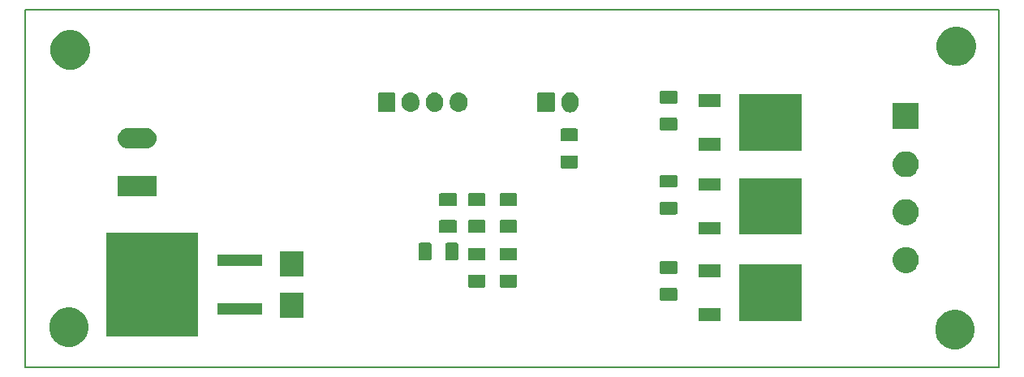
<source format=gbr>
G04 #@! TF.GenerationSoftware,KiCad,Pcbnew,(5.1.4-0)*
G04 #@! TF.CreationDate,2020-01-15T23:19:41+03:00*
G04 #@! TF.ProjectId,stl,73746c2e-6b69-4636-9164-5f7063625858,rev?*
G04 #@! TF.SameCoordinates,Original*
G04 #@! TF.FileFunction,Soldermask,Bot*
G04 #@! TF.FilePolarity,Negative*
%FSLAX46Y46*%
G04 Gerber Fmt 4.6, Leading zero omitted, Abs format (unit mm)*
G04 Created by KiCad (PCBNEW (5.1.4-0)) date 2020-01-15 23:19:41*
%MOMM*%
%LPD*%
G04 APERTURE LIST*
%ADD10C,0.150000*%
%ADD11C,0.100000*%
G04 APERTURE END LIST*
D10*
X275590000Y-50927000D02*
X173990000Y-50927000D01*
X173990000Y-13589000D02*
X173990000Y-50927000D01*
X275590000Y-13589000D02*
X173990000Y-13589000D01*
X275590000Y-13589000D02*
X275590000Y-50927000D01*
D11*
G36*
X271616254Y-45017818D02*
G01*
X271918190Y-45142884D01*
X271989513Y-45172427D01*
X272325436Y-45396884D01*
X272611116Y-45682564D01*
X272835574Y-46018489D01*
X272990182Y-46391746D01*
X273069000Y-46787993D01*
X273069000Y-47192007D01*
X272990182Y-47588254D01*
X272940784Y-47707511D01*
X272835573Y-47961513D01*
X272611116Y-48297436D01*
X272325436Y-48583116D01*
X271989513Y-48807573D01*
X271989512Y-48807574D01*
X271989511Y-48807574D01*
X271616254Y-48962182D01*
X271220007Y-49041000D01*
X270815993Y-49041000D01*
X270419746Y-48962182D01*
X270046489Y-48807574D01*
X270046488Y-48807574D01*
X270046487Y-48807573D01*
X269710564Y-48583116D01*
X269424884Y-48297436D01*
X269200427Y-47961513D01*
X269095216Y-47707511D01*
X269045818Y-47588254D01*
X268967000Y-47192007D01*
X268967000Y-46787993D01*
X269045818Y-46391746D01*
X269200426Y-46018489D01*
X269424884Y-45682564D01*
X269710564Y-45396884D01*
X270046487Y-45172427D01*
X270117810Y-45142884D01*
X270419746Y-45017818D01*
X270815993Y-44939000D01*
X271220007Y-44939000D01*
X271616254Y-45017818D01*
X271616254Y-45017818D01*
G37*
G36*
X179160254Y-44763818D02*
G01*
X179533511Y-44918426D01*
X179533513Y-44918427D01*
X179869436Y-45142884D01*
X180155116Y-45428564D01*
X180364548Y-45742000D01*
X180379574Y-45764489D01*
X180534182Y-46137746D01*
X180613000Y-46533993D01*
X180613000Y-46938007D01*
X180534182Y-47334254D01*
X180428972Y-47588254D01*
X180379573Y-47707513D01*
X180155116Y-48043436D01*
X179869436Y-48329116D01*
X179533513Y-48553573D01*
X179533512Y-48553574D01*
X179533511Y-48553574D01*
X179160254Y-48708182D01*
X178764007Y-48787000D01*
X178359993Y-48787000D01*
X177963746Y-48708182D01*
X177590489Y-48553574D01*
X177590488Y-48553574D01*
X177590487Y-48553573D01*
X177254564Y-48329116D01*
X176968884Y-48043436D01*
X176744427Y-47707513D01*
X176695028Y-47588254D01*
X176589818Y-47334254D01*
X176511000Y-46938007D01*
X176511000Y-46533993D01*
X176589818Y-46137746D01*
X176744426Y-45764489D01*
X176759453Y-45742000D01*
X176968884Y-45428564D01*
X177254564Y-45142884D01*
X177590487Y-44918427D01*
X177590489Y-44918426D01*
X177963746Y-44763818D01*
X178359993Y-44685000D01*
X178764007Y-44685000D01*
X179160254Y-44763818D01*
X179160254Y-44763818D01*
G37*
G36*
X192003000Y-47742000D02*
G01*
X182501000Y-47742000D01*
X182501000Y-36840000D01*
X192003000Y-36840000D01*
X192003000Y-47742000D01*
X192003000Y-47742000D01*
G37*
G36*
X254982200Y-46080200D02*
G01*
X248480200Y-46080200D01*
X248480200Y-40178200D01*
X254982200Y-40178200D01*
X254982200Y-46080200D01*
X254982200Y-46080200D01*
G37*
G36*
X246582200Y-46060200D02*
G01*
X244280200Y-46060200D01*
X244280200Y-44758200D01*
X246582200Y-44758200D01*
X246582200Y-46060200D01*
X246582200Y-46060200D01*
G37*
G36*
X203004000Y-45742000D02*
G01*
X200602000Y-45742000D01*
X200602000Y-43140000D01*
X203004000Y-43140000D01*
X203004000Y-45742000D01*
X203004000Y-45742000D01*
G37*
G36*
X198753000Y-45432000D02*
G01*
X194051000Y-45432000D01*
X194051000Y-44230000D01*
X198753000Y-44230000D01*
X198753000Y-45432000D01*
X198753000Y-45432000D01*
G37*
G36*
X241890804Y-42638347D02*
G01*
X241927344Y-42649432D01*
X241961021Y-42667433D01*
X241990541Y-42691659D01*
X242014767Y-42721179D01*
X242032768Y-42754856D01*
X242043853Y-42791396D01*
X242048200Y-42835538D01*
X242048200Y-43784462D01*
X242043853Y-43828604D01*
X242032768Y-43865144D01*
X242014767Y-43898821D01*
X241990541Y-43928341D01*
X241961021Y-43952567D01*
X241927344Y-43970568D01*
X241890804Y-43981653D01*
X241846662Y-43986000D01*
X240397738Y-43986000D01*
X240353596Y-43981653D01*
X240317056Y-43970568D01*
X240283379Y-43952567D01*
X240253859Y-43928341D01*
X240229633Y-43898821D01*
X240211632Y-43865144D01*
X240200547Y-43828604D01*
X240196200Y-43784462D01*
X240196200Y-42835538D01*
X240200547Y-42791396D01*
X240211632Y-42754856D01*
X240229633Y-42721179D01*
X240253859Y-42691659D01*
X240283379Y-42667433D01*
X240317056Y-42649432D01*
X240353596Y-42638347D01*
X240397738Y-42634000D01*
X241846662Y-42634000D01*
X241890804Y-42638347D01*
X241890804Y-42638347D01*
G37*
G36*
X225177604Y-41241347D02*
G01*
X225214144Y-41252432D01*
X225247821Y-41270433D01*
X225277341Y-41294659D01*
X225301567Y-41324179D01*
X225319568Y-41357856D01*
X225330653Y-41394396D01*
X225335000Y-41438538D01*
X225335000Y-42387462D01*
X225330653Y-42431604D01*
X225319568Y-42468144D01*
X225301567Y-42501821D01*
X225277341Y-42531341D01*
X225247821Y-42555567D01*
X225214144Y-42573568D01*
X225177604Y-42584653D01*
X225133462Y-42589000D01*
X223684538Y-42589000D01*
X223640396Y-42584653D01*
X223603856Y-42573568D01*
X223570179Y-42555567D01*
X223540659Y-42531341D01*
X223516433Y-42501821D01*
X223498432Y-42468144D01*
X223487347Y-42431604D01*
X223483000Y-42387462D01*
X223483000Y-41438538D01*
X223487347Y-41394396D01*
X223498432Y-41357856D01*
X223516433Y-41324179D01*
X223540659Y-41294659D01*
X223570179Y-41270433D01*
X223603856Y-41252432D01*
X223640396Y-41241347D01*
X223684538Y-41237000D01*
X225133462Y-41237000D01*
X225177604Y-41241347D01*
X225177604Y-41241347D01*
G37*
G36*
X221875604Y-41241347D02*
G01*
X221912144Y-41252432D01*
X221945821Y-41270433D01*
X221975341Y-41294659D01*
X221999567Y-41324179D01*
X222017568Y-41357856D01*
X222028653Y-41394396D01*
X222033000Y-41438538D01*
X222033000Y-42387462D01*
X222028653Y-42431604D01*
X222017568Y-42468144D01*
X221999567Y-42501821D01*
X221975341Y-42531341D01*
X221945821Y-42555567D01*
X221912144Y-42573568D01*
X221875604Y-42584653D01*
X221831462Y-42589000D01*
X220382538Y-42589000D01*
X220338396Y-42584653D01*
X220301856Y-42573568D01*
X220268179Y-42555567D01*
X220238659Y-42531341D01*
X220214433Y-42501821D01*
X220196432Y-42468144D01*
X220185347Y-42431604D01*
X220181000Y-42387462D01*
X220181000Y-41438538D01*
X220185347Y-41394396D01*
X220196432Y-41357856D01*
X220214433Y-41324179D01*
X220238659Y-41294659D01*
X220268179Y-41270433D01*
X220301856Y-41252432D01*
X220338396Y-41241347D01*
X220382538Y-41237000D01*
X221831462Y-41237000D01*
X221875604Y-41241347D01*
X221875604Y-41241347D01*
G37*
G36*
X246582200Y-41500200D02*
G01*
X244280200Y-41500200D01*
X244280200Y-40198200D01*
X246582200Y-40198200D01*
X246582200Y-41500200D01*
X246582200Y-41500200D01*
G37*
G36*
X203004000Y-41442000D02*
G01*
X200602000Y-41442000D01*
X200602000Y-38840000D01*
X203004000Y-38840000D01*
X203004000Y-41442000D01*
X203004000Y-41442000D01*
G37*
G36*
X241890804Y-39838347D02*
G01*
X241927344Y-39849432D01*
X241961021Y-39867433D01*
X241990541Y-39891659D01*
X242014767Y-39921179D01*
X242032768Y-39954856D01*
X242043853Y-39991396D01*
X242048200Y-40035538D01*
X242048200Y-40984462D01*
X242043853Y-41028604D01*
X242032768Y-41065144D01*
X242014767Y-41098821D01*
X241990541Y-41128341D01*
X241961021Y-41152567D01*
X241927344Y-41170568D01*
X241890804Y-41181653D01*
X241846662Y-41186000D01*
X240397738Y-41186000D01*
X240353596Y-41181653D01*
X240317056Y-41170568D01*
X240283379Y-41152567D01*
X240253859Y-41128341D01*
X240229633Y-41098821D01*
X240211632Y-41065144D01*
X240200547Y-41028604D01*
X240196200Y-40984462D01*
X240196200Y-40035538D01*
X240200547Y-39991396D01*
X240211632Y-39954856D01*
X240229633Y-39921179D01*
X240253859Y-39891659D01*
X240283379Y-39867433D01*
X240317056Y-39849432D01*
X240353596Y-39838347D01*
X240397738Y-39834000D01*
X241846662Y-39834000D01*
X241890804Y-39838347D01*
X241890804Y-39838347D01*
G37*
G36*
X266281272Y-38415118D02*
G01*
X266371357Y-38452432D01*
X266527139Y-38516959D01*
X266588345Y-38557856D01*
X266748411Y-38664809D01*
X266936591Y-38852989D01*
X267084442Y-39074263D01*
X267186282Y-39320128D01*
X267238200Y-39581137D01*
X267238200Y-39847263D01*
X267229369Y-39891659D01*
X267186282Y-40108272D01*
X267084441Y-40354139D01*
X266936590Y-40575412D01*
X266748412Y-40763590D01*
X266527139Y-40911441D01*
X266527138Y-40911442D01*
X266527137Y-40911442D01*
X266281272Y-41013282D01*
X266020263Y-41065200D01*
X265754137Y-41065200D01*
X265493128Y-41013282D01*
X265247263Y-40911442D01*
X265247262Y-40911442D01*
X265247261Y-40911441D01*
X265025988Y-40763590D01*
X264837810Y-40575412D01*
X264689959Y-40354139D01*
X264588118Y-40108272D01*
X264545031Y-39891659D01*
X264536200Y-39847263D01*
X264536200Y-39581137D01*
X264588118Y-39320128D01*
X264689958Y-39074263D01*
X264837809Y-38852989D01*
X265025989Y-38664809D01*
X265186055Y-38557856D01*
X265247261Y-38516959D01*
X265403044Y-38452432D01*
X265493128Y-38415118D01*
X265754137Y-38363200D01*
X266020263Y-38363200D01*
X266281272Y-38415118D01*
X266281272Y-38415118D01*
G37*
G36*
X198753000Y-40352000D02*
G01*
X194051000Y-40352000D01*
X194051000Y-39150000D01*
X198753000Y-39150000D01*
X198753000Y-40352000D01*
X198753000Y-40352000D01*
G37*
G36*
X225177604Y-38441347D02*
G01*
X225214144Y-38452432D01*
X225247821Y-38470433D01*
X225277341Y-38494659D01*
X225301567Y-38524179D01*
X225319568Y-38557856D01*
X225330653Y-38594396D01*
X225335000Y-38638538D01*
X225335000Y-39587462D01*
X225330653Y-39631604D01*
X225319568Y-39668144D01*
X225301567Y-39701821D01*
X225277341Y-39731341D01*
X225247821Y-39755567D01*
X225214144Y-39773568D01*
X225177604Y-39784653D01*
X225133462Y-39789000D01*
X223684538Y-39789000D01*
X223640396Y-39784653D01*
X223603856Y-39773568D01*
X223570179Y-39755567D01*
X223540659Y-39731341D01*
X223516433Y-39701821D01*
X223498432Y-39668144D01*
X223487347Y-39631604D01*
X223483000Y-39587462D01*
X223483000Y-38638538D01*
X223487347Y-38594396D01*
X223498432Y-38557856D01*
X223516433Y-38524179D01*
X223540659Y-38494659D01*
X223570179Y-38470433D01*
X223603856Y-38452432D01*
X223640396Y-38441347D01*
X223684538Y-38437000D01*
X225133462Y-38437000D01*
X225177604Y-38441347D01*
X225177604Y-38441347D01*
G37*
G36*
X221875604Y-38441347D02*
G01*
X221912144Y-38452432D01*
X221945821Y-38470433D01*
X221975341Y-38494659D01*
X221999567Y-38524179D01*
X222017568Y-38557856D01*
X222028653Y-38594396D01*
X222033000Y-38638538D01*
X222033000Y-39587462D01*
X222028653Y-39631604D01*
X222017568Y-39668144D01*
X221999567Y-39701821D01*
X221975341Y-39731341D01*
X221945821Y-39755567D01*
X221912144Y-39773568D01*
X221875604Y-39784653D01*
X221831462Y-39789000D01*
X220382538Y-39789000D01*
X220338396Y-39784653D01*
X220301856Y-39773568D01*
X220268179Y-39755567D01*
X220238659Y-39731341D01*
X220214433Y-39701821D01*
X220196432Y-39668144D01*
X220185347Y-39631604D01*
X220181000Y-39587462D01*
X220181000Y-38638538D01*
X220185347Y-38594396D01*
X220196432Y-38557856D01*
X220214433Y-38524179D01*
X220238659Y-38494659D01*
X220268179Y-38470433D01*
X220301856Y-38452432D01*
X220338396Y-38441347D01*
X220382538Y-38437000D01*
X221831462Y-38437000D01*
X221875604Y-38441347D01*
X221875604Y-38441347D01*
G37*
G36*
X216233604Y-37917347D02*
G01*
X216270144Y-37928432D01*
X216303821Y-37946433D01*
X216333341Y-37970659D01*
X216357567Y-38000179D01*
X216375568Y-38033856D01*
X216386653Y-38070396D01*
X216391000Y-38114538D01*
X216391000Y-39563462D01*
X216386653Y-39607604D01*
X216375568Y-39644144D01*
X216357567Y-39677821D01*
X216333341Y-39707341D01*
X216303821Y-39731567D01*
X216270144Y-39749568D01*
X216233604Y-39760653D01*
X216189462Y-39765000D01*
X215240538Y-39765000D01*
X215196396Y-39760653D01*
X215159856Y-39749568D01*
X215126179Y-39731567D01*
X215096659Y-39707341D01*
X215072433Y-39677821D01*
X215054432Y-39644144D01*
X215043347Y-39607604D01*
X215039000Y-39563462D01*
X215039000Y-38114538D01*
X215043347Y-38070396D01*
X215054432Y-38033856D01*
X215072433Y-38000179D01*
X215096659Y-37970659D01*
X215126179Y-37946433D01*
X215159856Y-37928432D01*
X215196396Y-37917347D01*
X215240538Y-37913000D01*
X216189462Y-37913000D01*
X216233604Y-37917347D01*
X216233604Y-37917347D01*
G37*
G36*
X219033604Y-37917347D02*
G01*
X219070144Y-37928432D01*
X219103821Y-37946433D01*
X219133341Y-37970659D01*
X219157567Y-38000179D01*
X219175568Y-38033856D01*
X219186653Y-38070396D01*
X219191000Y-38114538D01*
X219191000Y-39563462D01*
X219186653Y-39607604D01*
X219175568Y-39644144D01*
X219157567Y-39677821D01*
X219133341Y-39707341D01*
X219103821Y-39731567D01*
X219070144Y-39749568D01*
X219033604Y-39760653D01*
X218989462Y-39765000D01*
X218040538Y-39765000D01*
X217996396Y-39760653D01*
X217959856Y-39749568D01*
X217926179Y-39731567D01*
X217896659Y-39707341D01*
X217872433Y-39677821D01*
X217854432Y-39644144D01*
X217843347Y-39607604D01*
X217839000Y-39563462D01*
X217839000Y-38114538D01*
X217843347Y-38070396D01*
X217854432Y-38033856D01*
X217872433Y-38000179D01*
X217896659Y-37970659D01*
X217926179Y-37946433D01*
X217959856Y-37928432D01*
X217996396Y-37917347D01*
X218040538Y-37913000D01*
X218989462Y-37913000D01*
X219033604Y-37917347D01*
X219033604Y-37917347D01*
G37*
G36*
X254982200Y-37063200D02*
G01*
X248480200Y-37063200D01*
X248480200Y-31161200D01*
X254982200Y-31161200D01*
X254982200Y-37063200D01*
X254982200Y-37063200D01*
G37*
G36*
X246582200Y-37043200D02*
G01*
X244280200Y-37043200D01*
X244280200Y-35741200D01*
X246582200Y-35741200D01*
X246582200Y-37043200D01*
X246582200Y-37043200D01*
G37*
G36*
X218878604Y-35548347D02*
G01*
X218915144Y-35559432D01*
X218948821Y-35577433D01*
X218978341Y-35601659D01*
X219002567Y-35631179D01*
X219020568Y-35664856D01*
X219031653Y-35701396D01*
X219036000Y-35745538D01*
X219036000Y-36694462D01*
X219031653Y-36738604D01*
X219020568Y-36775144D01*
X219002567Y-36808821D01*
X218978341Y-36838341D01*
X218948821Y-36862567D01*
X218915144Y-36880568D01*
X218878604Y-36891653D01*
X218834462Y-36896000D01*
X217385538Y-36896000D01*
X217341396Y-36891653D01*
X217304856Y-36880568D01*
X217271179Y-36862567D01*
X217241659Y-36838341D01*
X217217433Y-36808821D01*
X217199432Y-36775144D01*
X217188347Y-36738604D01*
X217184000Y-36694462D01*
X217184000Y-35745538D01*
X217188347Y-35701396D01*
X217199432Y-35664856D01*
X217217433Y-35631179D01*
X217241659Y-35601659D01*
X217271179Y-35577433D01*
X217304856Y-35559432D01*
X217341396Y-35548347D01*
X217385538Y-35544000D01*
X218834462Y-35544000D01*
X218878604Y-35548347D01*
X218878604Y-35548347D01*
G37*
G36*
X221875604Y-35526347D02*
G01*
X221912144Y-35537432D01*
X221945821Y-35555433D01*
X221975341Y-35579659D01*
X221999567Y-35609179D01*
X222017568Y-35642856D01*
X222028653Y-35679396D01*
X222033000Y-35723538D01*
X222033000Y-36672462D01*
X222028653Y-36716604D01*
X222017568Y-36753144D01*
X221999567Y-36786821D01*
X221975341Y-36816341D01*
X221945821Y-36840567D01*
X221912144Y-36858568D01*
X221875604Y-36869653D01*
X221831462Y-36874000D01*
X220382538Y-36874000D01*
X220338396Y-36869653D01*
X220301856Y-36858568D01*
X220268179Y-36840567D01*
X220238659Y-36816341D01*
X220214433Y-36786821D01*
X220196432Y-36753144D01*
X220185347Y-36716604D01*
X220181000Y-36672462D01*
X220181000Y-35723538D01*
X220185347Y-35679396D01*
X220196432Y-35642856D01*
X220214433Y-35609179D01*
X220238659Y-35579659D01*
X220268179Y-35555433D01*
X220301856Y-35537432D01*
X220338396Y-35526347D01*
X220382538Y-35522000D01*
X221831462Y-35522000D01*
X221875604Y-35526347D01*
X221875604Y-35526347D01*
G37*
G36*
X225177604Y-35526347D02*
G01*
X225214144Y-35537432D01*
X225247821Y-35555433D01*
X225277341Y-35579659D01*
X225301567Y-35609179D01*
X225319568Y-35642856D01*
X225330653Y-35679396D01*
X225335000Y-35723538D01*
X225335000Y-36672462D01*
X225330653Y-36716604D01*
X225319568Y-36753144D01*
X225301567Y-36786821D01*
X225277341Y-36816341D01*
X225247821Y-36840567D01*
X225214144Y-36858568D01*
X225177604Y-36869653D01*
X225133462Y-36874000D01*
X223684538Y-36874000D01*
X223640396Y-36869653D01*
X223603856Y-36858568D01*
X223570179Y-36840567D01*
X223540659Y-36816341D01*
X223516433Y-36786821D01*
X223498432Y-36753144D01*
X223487347Y-36716604D01*
X223483000Y-36672462D01*
X223483000Y-35723538D01*
X223487347Y-35679396D01*
X223498432Y-35642856D01*
X223516433Y-35609179D01*
X223540659Y-35579659D01*
X223570179Y-35555433D01*
X223603856Y-35537432D01*
X223640396Y-35526347D01*
X223684538Y-35522000D01*
X225133462Y-35522000D01*
X225177604Y-35526347D01*
X225177604Y-35526347D01*
G37*
G36*
X266281272Y-33415118D02*
G01*
X266527139Y-33516959D01*
X266638528Y-33591387D01*
X266745062Y-33662571D01*
X266748412Y-33664810D01*
X266936590Y-33852988D01*
X267084267Y-34074000D01*
X267084442Y-34074263D01*
X267186282Y-34320128D01*
X267238200Y-34581137D01*
X267238200Y-34847263D01*
X267186282Y-35108272D01*
X267084442Y-35354137D01*
X266941830Y-35567571D01*
X266936590Y-35575412D01*
X266748412Y-35763590D01*
X266527139Y-35911441D01*
X266527138Y-35911442D01*
X266527137Y-35911442D01*
X266281272Y-36013282D01*
X266020263Y-36065200D01*
X265754137Y-36065200D01*
X265493128Y-36013282D01*
X265247263Y-35911442D01*
X265247262Y-35911442D01*
X265247261Y-35911441D01*
X265025988Y-35763590D01*
X264837810Y-35575412D01*
X264832571Y-35567571D01*
X264689958Y-35354137D01*
X264588118Y-35108272D01*
X264536200Y-34847263D01*
X264536200Y-34581137D01*
X264588118Y-34320128D01*
X264689958Y-34074263D01*
X264690134Y-34074000D01*
X264837810Y-33852988D01*
X265025988Y-33664810D01*
X265029339Y-33662571D01*
X265135872Y-33591387D01*
X265247261Y-33516959D01*
X265493128Y-33415118D01*
X265754137Y-33363200D01*
X266020263Y-33363200D01*
X266281272Y-33415118D01*
X266281272Y-33415118D01*
G37*
G36*
X241890804Y-33621347D02*
G01*
X241927344Y-33632432D01*
X241961021Y-33650433D01*
X241990541Y-33674659D01*
X242014767Y-33704179D01*
X242032768Y-33737856D01*
X242043853Y-33774396D01*
X242048200Y-33818538D01*
X242048200Y-34767462D01*
X242043853Y-34811604D01*
X242032768Y-34848144D01*
X242014767Y-34881821D01*
X241990541Y-34911341D01*
X241961021Y-34935567D01*
X241927344Y-34953568D01*
X241890804Y-34964653D01*
X241846662Y-34969000D01*
X240397738Y-34969000D01*
X240353596Y-34964653D01*
X240317056Y-34953568D01*
X240283379Y-34935567D01*
X240253859Y-34911341D01*
X240229633Y-34881821D01*
X240211632Y-34848144D01*
X240200547Y-34811604D01*
X240196200Y-34767462D01*
X240196200Y-33818538D01*
X240200547Y-33774396D01*
X240211632Y-33737856D01*
X240229633Y-33704179D01*
X240253859Y-33674659D01*
X240283379Y-33650433D01*
X240317056Y-33632432D01*
X240353596Y-33621347D01*
X240397738Y-33617000D01*
X241846662Y-33617000D01*
X241890804Y-33621347D01*
X241890804Y-33621347D01*
G37*
G36*
X218878604Y-32748347D02*
G01*
X218915144Y-32759432D01*
X218948821Y-32777433D01*
X218978341Y-32801659D01*
X219002567Y-32831179D01*
X219020568Y-32864856D01*
X219031653Y-32901396D01*
X219036000Y-32945538D01*
X219036000Y-33894462D01*
X219031653Y-33938604D01*
X219020568Y-33975144D01*
X219002567Y-34008821D01*
X218978341Y-34038341D01*
X218948821Y-34062567D01*
X218915144Y-34080568D01*
X218878604Y-34091653D01*
X218834462Y-34096000D01*
X217385538Y-34096000D01*
X217341396Y-34091653D01*
X217304856Y-34080568D01*
X217271179Y-34062567D01*
X217241659Y-34038341D01*
X217217433Y-34008821D01*
X217199432Y-33975144D01*
X217188347Y-33938604D01*
X217184000Y-33894462D01*
X217184000Y-32945538D01*
X217188347Y-32901396D01*
X217199432Y-32864856D01*
X217217433Y-32831179D01*
X217241659Y-32801659D01*
X217271179Y-32777433D01*
X217304856Y-32759432D01*
X217341396Y-32748347D01*
X217385538Y-32744000D01*
X218834462Y-32744000D01*
X218878604Y-32748347D01*
X218878604Y-32748347D01*
G37*
G36*
X225177604Y-32726347D02*
G01*
X225214144Y-32737432D01*
X225247821Y-32755433D01*
X225277341Y-32779659D01*
X225301567Y-32809179D01*
X225319568Y-32842856D01*
X225330653Y-32879396D01*
X225335000Y-32923538D01*
X225335000Y-33872462D01*
X225330653Y-33916604D01*
X225319568Y-33953144D01*
X225301567Y-33986821D01*
X225277341Y-34016341D01*
X225247821Y-34040567D01*
X225214144Y-34058568D01*
X225177604Y-34069653D01*
X225133462Y-34074000D01*
X223684538Y-34074000D01*
X223640396Y-34069653D01*
X223603856Y-34058568D01*
X223570179Y-34040567D01*
X223540659Y-34016341D01*
X223516433Y-33986821D01*
X223498432Y-33953144D01*
X223487347Y-33916604D01*
X223483000Y-33872462D01*
X223483000Y-32923538D01*
X223487347Y-32879396D01*
X223498432Y-32842856D01*
X223516433Y-32809179D01*
X223540659Y-32779659D01*
X223570179Y-32755433D01*
X223603856Y-32737432D01*
X223640396Y-32726347D01*
X223684538Y-32722000D01*
X225133462Y-32722000D01*
X225177604Y-32726347D01*
X225177604Y-32726347D01*
G37*
G36*
X221875604Y-32726347D02*
G01*
X221912144Y-32737432D01*
X221945821Y-32755433D01*
X221975341Y-32779659D01*
X221999567Y-32809179D01*
X222017568Y-32842856D01*
X222028653Y-32879396D01*
X222033000Y-32923538D01*
X222033000Y-33872462D01*
X222028653Y-33916604D01*
X222017568Y-33953144D01*
X221999567Y-33986821D01*
X221975341Y-34016341D01*
X221945821Y-34040567D01*
X221912144Y-34058568D01*
X221875604Y-34069653D01*
X221831462Y-34074000D01*
X220382538Y-34074000D01*
X220338396Y-34069653D01*
X220301856Y-34058568D01*
X220268179Y-34040567D01*
X220238659Y-34016341D01*
X220214433Y-33986821D01*
X220196432Y-33953144D01*
X220185347Y-33916604D01*
X220181000Y-33872462D01*
X220181000Y-32923538D01*
X220185347Y-32879396D01*
X220196432Y-32842856D01*
X220214433Y-32809179D01*
X220238659Y-32779659D01*
X220268179Y-32755433D01*
X220301856Y-32737432D01*
X220338396Y-32726347D01*
X220382538Y-32722000D01*
X221831462Y-32722000D01*
X221875604Y-32726347D01*
X221875604Y-32726347D01*
G37*
G36*
X187705000Y-33045000D02*
G01*
X183643000Y-33045000D01*
X183643000Y-30963000D01*
X187705000Y-30963000D01*
X187705000Y-33045000D01*
X187705000Y-33045000D01*
G37*
G36*
X246582200Y-32483200D02*
G01*
X244280200Y-32483200D01*
X244280200Y-31181200D01*
X246582200Y-31181200D01*
X246582200Y-32483200D01*
X246582200Y-32483200D01*
G37*
G36*
X241890804Y-30821347D02*
G01*
X241927344Y-30832432D01*
X241961021Y-30850433D01*
X241990541Y-30874659D01*
X242014767Y-30904179D01*
X242032768Y-30937856D01*
X242043853Y-30974396D01*
X242048200Y-31018538D01*
X242048200Y-31967462D01*
X242043853Y-32011604D01*
X242032768Y-32048144D01*
X242014767Y-32081821D01*
X241990541Y-32111341D01*
X241961021Y-32135567D01*
X241927344Y-32153568D01*
X241890804Y-32164653D01*
X241846662Y-32169000D01*
X240397738Y-32169000D01*
X240353596Y-32164653D01*
X240317056Y-32153568D01*
X240283379Y-32135567D01*
X240253859Y-32111341D01*
X240229633Y-32081821D01*
X240211632Y-32048144D01*
X240200547Y-32011604D01*
X240196200Y-31967462D01*
X240196200Y-31018538D01*
X240200547Y-30974396D01*
X240211632Y-30937856D01*
X240229633Y-30904179D01*
X240253859Y-30874659D01*
X240283379Y-30850433D01*
X240317056Y-30832432D01*
X240353596Y-30821347D01*
X240397738Y-30817000D01*
X241846662Y-30817000D01*
X241890804Y-30821347D01*
X241890804Y-30821347D01*
G37*
G36*
X266281272Y-28415118D02*
G01*
X266527139Y-28516959D01*
X266638528Y-28591387D01*
X266748411Y-28664809D01*
X266936591Y-28852989D01*
X266973920Y-28908856D01*
X267084441Y-29074261D01*
X267186282Y-29320128D01*
X267238200Y-29581138D01*
X267238200Y-29847262D01*
X267186282Y-30108272D01*
X267084441Y-30354139D01*
X266936590Y-30575412D01*
X266748412Y-30763590D01*
X266527139Y-30911441D01*
X266527138Y-30911442D01*
X266527137Y-30911442D01*
X266281272Y-31013282D01*
X266020263Y-31065200D01*
X265754137Y-31065200D01*
X265493128Y-31013282D01*
X265247263Y-30911442D01*
X265247262Y-30911442D01*
X265247261Y-30911441D01*
X265025988Y-30763590D01*
X264837810Y-30575412D01*
X264689959Y-30354139D01*
X264588118Y-30108272D01*
X264536200Y-29847262D01*
X264536200Y-29581138D01*
X264588118Y-29320128D01*
X264689959Y-29074261D01*
X264800480Y-28908856D01*
X264837809Y-28852989D01*
X265025989Y-28664809D01*
X265135872Y-28591387D01*
X265247261Y-28516959D01*
X265493128Y-28415118D01*
X265754137Y-28363200D01*
X266020263Y-28363200D01*
X266281272Y-28415118D01*
X266281272Y-28415118D01*
G37*
G36*
X231527604Y-28792347D02*
G01*
X231564144Y-28803432D01*
X231597821Y-28821433D01*
X231627341Y-28845659D01*
X231651567Y-28875179D01*
X231669568Y-28908856D01*
X231680653Y-28945396D01*
X231685000Y-28989538D01*
X231685000Y-29938462D01*
X231680653Y-29982604D01*
X231669568Y-30019144D01*
X231651567Y-30052821D01*
X231627341Y-30082341D01*
X231597821Y-30106567D01*
X231564144Y-30124568D01*
X231527604Y-30135653D01*
X231483462Y-30140000D01*
X230034538Y-30140000D01*
X229990396Y-30135653D01*
X229953856Y-30124568D01*
X229920179Y-30106567D01*
X229890659Y-30082341D01*
X229866433Y-30052821D01*
X229848432Y-30019144D01*
X229837347Y-29982604D01*
X229833000Y-29938462D01*
X229833000Y-28989538D01*
X229837347Y-28945396D01*
X229848432Y-28908856D01*
X229866433Y-28875179D01*
X229890659Y-28845659D01*
X229920179Y-28821433D01*
X229953856Y-28803432D01*
X229990396Y-28792347D01*
X230034538Y-28788000D01*
X231483462Y-28788000D01*
X231527604Y-28792347D01*
X231527604Y-28792347D01*
G37*
G36*
X254982200Y-28300200D02*
G01*
X248480200Y-28300200D01*
X248480200Y-22398200D01*
X254982200Y-22398200D01*
X254982200Y-28300200D01*
X254982200Y-28300200D01*
G37*
G36*
X246582200Y-28280200D02*
G01*
X244280200Y-28280200D01*
X244280200Y-26978200D01*
X246582200Y-26978200D01*
X246582200Y-28280200D01*
X246582200Y-28280200D01*
G37*
G36*
X186766112Y-25968021D02*
G01*
X186868072Y-25978063D01*
X187064301Y-26037589D01*
X187064303Y-26037590D01*
X187245145Y-26134252D01*
X187403660Y-26264340D01*
X187533747Y-26422854D01*
X187630411Y-26603699D01*
X187689937Y-26799928D01*
X187710036Y-27004000D01*
X187689937Y-27208072D01*
X187630411Y-27404301D01*
X187630410Y-27404303D01*
X187533748Y-27585145D01*
X187403660Y-27743660D01*
X187245145Y-27873748D01*
X187064303Y-27970410D01*
X187064301Y-27970411D01*
X186868072Y-28029937D01*
X186766112Y-28039979D01*
X186715133Y-28045000D01*
X184632867Y-28045000D01*
X184581888Y-28039979D01*
X184479928Y-28029937D01*
X184283699Y-27970411D01*
X184283697Y-27970410D01*
X184102855Y-27873748D01*
X183944340Y-27743660D01*
X183814252Y-27585145D01*
X183717590Y-27404303D01*
X183717589Y-27404301D01*
X183658063Y-27208072D01*
X183637964Y-27004000D01*
X183658063Y-26799928D01*
X183717589Y-26603699D01*
X183814253Y-26422854D01*
X183944340Y-26264340D01*
X184102855Y-26134252D01*
X184283697Y-26037590D01*
X184283699Y-26037589D01*
X184479928Y-25978063D01*
X184581888Y-25968021D01*
X184632867Y-25963000D01*
X186715133Y-25963000D01*
X186766112Y-25968021D01*
X186766112Y-25968021D01*
G37*
G36*
X231527604Y-25992347D02*
G01*
X231564144Y-26003432D01*
X231597821Y-26021433D01*
X231627341Y-26045659D01*
X231651567Y-26075179D01*
X231669568Y-26108856D01*
X231680653Y-26145396D01*
X231685000Y-26189538D01*
X231685000Y-27138462D01*
X231680653Y-27182604D01*
X231669568Y-27219144D01*
X231651567Y-27252821D01*
X231627341Y-27282341D01*
X231597821Y-27306567D01*
X231564144Y-27324568D01*
X231527604Y-27335653D01*
X231483462Y-27340000D01*
X230034538Y-27340000D01*
X229990396Y-27335653D01*
X229953856Y-27324568D01*
X229920179Y-27306567D01*
X229890659Y-27282341D01*
X229866433Y-27252821D01*
X229848432Y-27219144D01*
X229837347Y-27182604D01*
X229833000Y-27138462D01*
X229833000Y-26189538D01*
X229837347Y-26145396D01*
X229848432Y-26108856D01*
X229866433Y-26075179D01*
X229890659Y-26045659D01*
X229920179Y-26021433D01*
X229953856Y-26003432D01*
X229990396Y-25992347D01*
X230034538Y-25988000D01*
X231483462Y-25988000D01*
X231527604Y-25992347D01*
X231527604Y-25992347D01*
G37*
G36*
X241890804Y-24858347D02*
G01*
X241927344Y-24869432D01*
X241961021Y-24887433D01*
X241990541Y-24911659D01*
X242014767Y-24941179D01*
X242032768Y-24974856D01*
X242043853Y-25011396D01*
X242048200Y-25055538D01*
X242048200Y-26004462D01*
X242043853Y-26048604D01*
X242032768Y-26085144D01*
X242014767Y-26118821D01*
X241990541Y-26148341D01*
X241961021Y-26172567D01*
X241927344Y-26190568D01*
X241890804Y-26201653D01*
X241846662Y-26206000D01*
X240397738Y-26206000D01*
X240353596Y-26201653D01*
X240317056Y-26190568D01*
X240283379Y-26172567D01*
X240253859Y-26148341D01*
X240229633Y-26118821D01*
X240211632Y-26085144D01*
X240200547Y-26048604D01*
X240196200Y-26004462D01*
X240196200Y-25055538D01*
X240200547Y-25011396D01*
X240211632Y-24974856D01*
X240229633Y-24941179D01*
X240253859Y-24911659D01*
X240283379Y-24887433D01*
X240317056Y-24869432D01*
X240353596Y-24858347D01*
X240397738Y-24854000D01*
X241846662Y-24854000D01*
X241890804Y-24858347D01*
X241890804Y-24858347D01*
G37*
G36*
X267238200Y-26065200D02*
G01*
X264536200Y-26065200D01*
X264536200Y-23363200D01*
X267238200Y-23363200D01*
X267238200Y-26065200D01*
X267238200Y-26065200D01*
G37*
G36*
X231022626Y-22203037D02*
G01*
X231192465Y-22254557D01*
X231192467Y-22254558D01*
X231348989Y-22338221D01*
X231486186Y-22450814D01*
X231569448Y-22552271D01*
X231598778Y-22588009D01*
X231682443Y-22744534D01*
X231733963Y-22914373D01*
X231747000Y-23046742D01*
X231747000Y-23435257D01*
X231733963Y-23567626D01*
X231682443Y-23737466D01*
X231598778Y-23893991D01*
X231569448Y-23929729D01*
X231486186Y-24031186D01*
X231398178Y-24103411D01*
X231348991Y-24143778D01*
X231192466Y-24227443D01*
X231022627Y-24278963D01*
X230846000Y-24296359D01*
X230669374Y-24278963D01*
X230499535Y-24227443D01*
X230343010Y-24143778D01*
X230205815Y-24031185D01*
X230093222Y-23893991D01*
X230009557Y-23737466D01*
X229958037Y-23567627D01*
X229945000Y-23435258D01*
X229945000Y-23046743D01*
X229958037Y-22914374D01*
X230009557Y-22744535D01*
X230009559Y-22744532D01*
X230093221Y-22588011D01*
X230205814Y-22450814D01*
X230319641Y-22357400D01*
X230343009Y-22338222D01*
X230499534Y-22254557D01*
X230669373Y-22203037D01*
X230846000Y-22185641D01*
X231022626Y-22203037D01*
X231022626Y-22203037D01*
G37*
G36*
X229104600Y-22193989D02*
G01*
X229137652Y-22204015D01*
X229168103Y-22220292D01*
X229194799Y-22242201D01*
X229216708Y-22268897D01*
X229232985Y-22299348D01*
X229243011Y-22332400D01*
X229247000Y-22372903D01*
X229247000Y-24109097D01*
X229243011Y-24149600D01*
X229232985Y-24182652D01*
X229216708Y-24213103D01*
X229194799Y-24239799D01*
X229168103Y-24261708D01*
X229137652Y-24277985D01*
X229104600Y-24288011D01*
X229064097Y-24292000D01*
X227627903Y-24292000D01*
X227587400Y-24288011D01*
X227554348Y-24277985D01*
X227523897Y-24261708D01*
X227497201Y-24239799D01*
X227475292Y-24213103D01*
X227459015Y-24182652D01*
X227448989Y-24149600D01*
X227445000Y-24109097D01*
X227445000Y-22372903D01*
X227448989Y-22332400D01*
X227459015Y-22299348D01*
X227475292Y-22268897D01*
X227497201Y-22242201D01*
X227523897Y-22220292D01*
X227554348Y-22204015D01*
X227587400Y-22193989D01*
X227627903Y-22190000D01*
X229064097Y-22190000D01*
X229104600Y-22193989D01*
X229104600Y-22193989D01*
G37*
G36*
X214385626Y-22228037D02*
G01*
X214555465Y-22279557D01*
X214555467Y-22279558D01*
X214711989Y-22363221D01*
X214849186Y-22475814D01*
X214932448Y-22577271D01*
X214961778Y-22613009D01*
X215045443Y-22769534D01*
X215096963Y-22939373D01*
X215096963Y-22939375D01*
X215110000Y-23071740D01*
X215110000Y-23410259D01*
X215103481Y-23476442D01*
X215096963Y-23542626D01*
X215045443Y-23712466D01*
X214961778Y-23868991D01*
X214941261Y-23893991D01*
X214849186Y-24006186D01*
X214760827Y-24078699D01*
X214711991Y-24118778D01*
X214555466Y-24202443D01*
X214385627Y-24253963D01*
X214209000Y-24271359D01*
X214032374Y-24253963D01*
X213862535Y-24202443D01*
X213706010Y-24118778D01*
X213568815Y-24006185D01*
X213456222Y-23868991D01*
X213372557Y-23712466D01*
X213321037Y-23542627D01*
X213308000Y-23410258D01*
X213308000Y-23071743D01*
X213310463Y-23046740D01*
X213321037Y-22939376D01*
X213321037Y-22939374D01*
X213372557Y-22769535D01*
X213456222Y-22613010D01*
X213476738Y-22588011D01*
X213568814Y-22475814D01*
X213670271Y-22392552D01*
X213706009Y-22363222D01*
X213862534Y-22279557D01*
X214032373Y-22228037D01*
X214209000Y-22210641D01*
X214385626Y-22228037D01*
X214385626Y-22228037D01*
G37*
G36*
X216885626Y-22228037D02*
G01*
X217055465Y-22279557D01*
X217055467Y-22279558D01*
X217211989Y-22363221D01*
X217349186Y-22475814D01*
X217432448Y-22577271D01*
X217461778Y-22613009D01*
X217545443Y-22769534D01*
X217596963Y-22939373D01*
X217596963Y-22939375D01*
X217610000Y-23071740D01*
X217610000Y-23410259D01*
X217603481Y-23476442D01*
X217596963Y-23542626D01*
X217545443Y-23712466D01*
X217461778Y-23868991D01*
X217441261Y-23893991D01*
X217349186Y-24006186D01*
X217260827Y-24078699D01*
X217211991Y-24118778D01*
X217055466Y-24202443D01*
X216885627Y-24253963D01*
X216709000Y-24271359D01*
X216532374Y-24253963D01*
X216362535Y-24202443D01*
X216206010Y-24118778D01*
X216068815Y-24006185D01*
X215956222Y-23868991D01*
X215872557Y-23712466D01*
X215821037Y-23542627D01*
X215808000Y-23410258D01*
X215808000Y-23071743D01*
X215810463Y-23046740D01*
X215821037Y-22939376D01*
X215821037Y-22939374D01*
X215872557Y-22769535D01*
X215956222Y-22613010D01*
X215976738Y-22588011D01*
X216068814Y-22475814D01*
X216170271Y-22392552D01*
X216206009Y-22363222D01*
X216362534Y-22279557D01*
X216532373Y-22228037D01*
X216709000Y-22210641D01*
X216885626Y-22228037D01*
X216885626Y-22228037D01*
G37*
G36*
X219385626Y-22228037D02*
G01*
X219555465Y-22279557D01*
X219555467Y-22279558D01*
X219711989Y-22363221D01*
X219849186Y-22475814D01*
X219932448Y-22577271D01*
X219961778Y-22613009D01*
X220045443Y-22769534D01*
X220096963Y-22939373D01*
X220096963Y-22939375D01*
X220110000Y-23071740D01*
X220110000Y-23410259D01*
X220103481Y-23476442D01*
X220096963Y-23542626D01*
X220045443Y-23712466D01*
X219961778Y-23868991D01*
X219941261Y-23893991D01*
X219849186Y-24006186D01*
X219760827Y-24078699D01*
X219711991Y-24118778D01*
X219555466Y-24202443D01*
X219385627Y-24253963D01*
X219209000Y-24271359D01*
X219032374Y-24253963D01*
X218862535Y-24202443D01*
X218706010Y-24118778D01*
X218568815Y-24006185D01*
X218456222Y-23868991D01*
X218372557Y-23712466D01*
X218321037Y-23542627D01*
X218308000Y-23410258D01*
X218308000Y-23071743D01*
X218310463Y-23046740D01*
X218321037Y-22939376D01*
X218321037Y-22939374D01*
X218372557Y-22769535D01*
X218456222Y-22613010D01*
X218476738Y-22588011D01*
X218568814Y-22475814D01*
X218670271Y-22392552D01*
X218706009Y-22363222D01*
X218862534Y-22279557D01*
X219032373Y-22228037D01*
X219209000Y-22210641D01*
X219385626Y-22228037D01*
X219385626Y-22228037D01*
G37*
G36*
X212467600Y-22218989D02*
G01*
X212500652Y-22229015D01*
X212531103Y-22245292D01*
X212557799Y-22267201D01*
X212579708Y-22293897D01*
X212595985Y-22324348D01*
X212606011Y-22357400D01*
X212610000Y-22397903D01*
X212610000Y-24084097D01*
X212606011Y-24124600D01*
X212595985Y-24157652D01*
X212579708Y-24188103D01*
X212557799Y-24214799D01*
X212531103Y-24236708D01*
X212500652Y-24252985D01*
X212467600Y-24263011D01*
X212427097Y-24267000D01*
X210990903Y-24267000D01*
X210950400Y-24263011D01*
X210917348Y-24252985D01*
X210886897Y-24236708D01*
X210860201Y-24214799D01*
X210838292Y-24188103D01*
X210822015Y-24157652D01*
X210811989Y-24124600D01*
X210808000Y-24084097D01*
X210808000Y-22397903D01*
X210811989Y-22357400D01*
X210822015Y-22324348D01*
X210838292Y-22293897D01*
X210860201Y-22267201D01*
X210886897Y-22245292D01*
X210917348Y-22229015D01*
X210950400Y-22218989D01*
X210990903Y-22215000D01*
X212427097Y-22215000D01*
X212467600Y-22218989D01*
X212467600Y-22218989D01*
G37*
G36*
X246582200Y-23720200D02*
G01*
X244280200Y-23720200D01*
X244280200Y-22418200D01*
X246582200Y-22418200D01*
X246582200Y-23720200D01*
X246582200Y-23720200D01*
G37*
G36*
X241890804Y-22058347D02*
G01*
X241927344Y-22069432D01*
X241961021Y-22087433D01*
X241990541Y-22111659D01*
X242014767Y-22141179D01*
X242032768Y-22174856D01*
X242043853Y-22211396D01*
X242048200Y-22255538D01*
X242048200Y-23204462D01*
X242043853Y-23248604D01*
X242032768Y-23285144D01*
X242014767Y-23318821D01*
X241990541Y-23348341D01*
X241961021Y-23372567D01*
X241927344Y-23390568D01*
X241890804Y-23401653D01*
X241846662Y-23406000D01*
X240397738Y-23406000D01*
X240353596Y-23401653D01*
X240317056Y-23390568D01*
X240283379Y-23372567D01*
X240253859Y-23348341D01*
X240229633Y-23318821D01*
X240211632Y-23285144D01*
X240200547Y-23248604D01*
X240196200Y-23204462D01*
X240196200Y-22255538D01*
X240200547Y-22211396D01*
X240211632Y-22174856D01*
X240229633Y-22141179D01*
X240253859Y-22111659D01*
X240283379Y-22087433D01*
X240317056Y-22069432D01*
X240353596Y-22058347D01*
X240397738Y-22054000D01*
X241846662Y-22054000D01*
X241890804Y-22058347D01*
X241890804Y-22058347D01*
G37*
G36*
X179287254Y-15807818D02*
G01*
X179660511Y-15962426D01*
X179660513Y-15962427D01*
X179996436Y-16186884D01*
X180282116Y-16472564D01*
X180501401Y-16800746D01*
X180506574Y-16808489D01*
X180661182Y-17181746D01*
X180740000Y-17577993D01*
X180740000Y-17982007D01*
X180661182Y-18378254D01*
X180506574Y-18751511D01*
X180506573Y-18751513D01*
X180282116Y-19087436D01*
X179996436Y-19373116D01*
X179660513Y-19597573D01*
X179660512Y-19597574D01*
X179660511Y-19597574D01*
X179287254Y-19752182D01*
X178891007Y-19831000D01*
X178486993Y-19831000D01*
X178090746Y-19752182D01*
X177717489Y-19597574D01*
X177717488Y-19597574D01*
X177717487Y-19597573D01*
X177381564Y-19373116D01*
X177095884Y-19087436D01*
X176871427Y-18751513D01*
X176871426Y-18751511D01*
X176716818Y-18378254D01*
X176638000Y-17982007D01*
X176638000Y-17577993D01*
X176716818Y-17181746D01*
X176871426Y-16808489D01*
X176876600Y-16800746D01*
X177095884Y-16472564D01*
X177381564Y-16186884D01*
X177717487Y-15962427D01*
X177717489Y-15962426D01*
X178090746Y-15807818D01*
X178486993Y-15729000D01*
X178891007Y-15729000D01*
X179287254Y-15807818D01*
X179287254Y-15807818D01*
G37*
G36*
X271743254Y-15426818D02*
G01*
X272116511Y-15581426D01*
X272116513Y-15581427D01*
X272337371Y-15729000D01*
X272452436Y-15805884D01*
X272738116Y-16091564D01*
X272962574Y-16427489D01*
X273117182Y-16800746D01*
X273196000Y-17196993D01*
X273196000Y-17601007D01*
X273117182Y-17997254D01*
X272962574Y-18370511D01*
X272962573Y-18370513D01*
X272738116Y-18706436D01*
X272452436Y-18992116D01*
X272116513Y-19216573D01*
X272116512Y-19216574D01*
X272116511Y-19216574D01*
X271743254Y-19371182D01*
X271347007Y-19450000D01*
X270942993Y-19450000D01*
X270546746Y-19371182D01*
X270173489Y-19216574D01*
X270173488Y-19216574D01*
X270173487Y-19216573D01*
X269837564Y-18992116D01*
X269551884Y-18706436D01*
X269327427Y-18370513D01*
X269327426Y-18370511D01*
X269172818Y-17997254D01*
X269094000Y-17601007D01*
X269094000Y-17196993D01*
X269172818Y-16800746D01*
X269327426Y-16427489D01*
X269551884Y-16091564D01*
X269837564Y-15805884D01*
X269952629Y-15729000D01*
X270173487Y-15581427D01*
X270173489Y-15581426D01*
X270546746Y-15426818D01*
X270942993Y-15348000D01*
X271347007Y-15348000D01*
X271743254Y-15426818D01*
X271743254Y-15426818D01*
G37*
M02*

</source>
